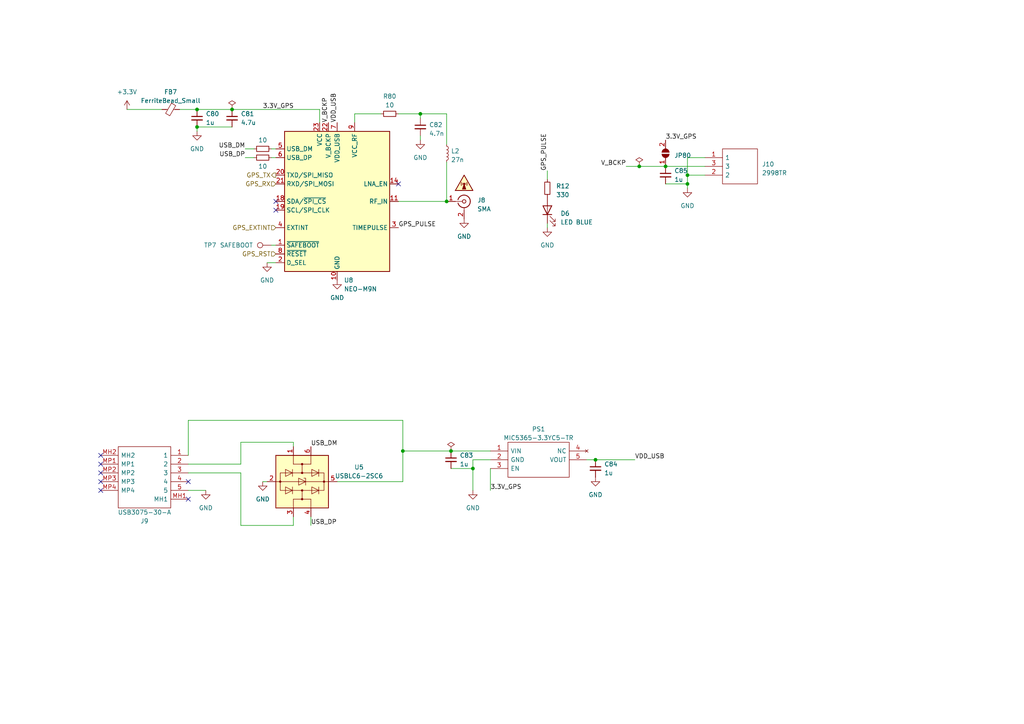
<source format=kicad_sch>
(kicad_sch (version 20230121) (generator eeschema)
  (paper "A4")
  (title_block (title "Telemetry RF module with CAN, GPS and IMU") (rev "1.0") (company "PUT Solar Dynamics") (comment 1 "Mateusz Czarnecki") (comment 2 "GPS module"))
  (lib_symbols
    (symbol "Graphic:SYM_Radio_Waves_Small" (in_bom no) (on_board no)
      (symbol "SYM_Radio_Waves_Small_0_1"
        (arc (start -0.762 0.508) (mid -0.9158 0) (end -0.762 -0.508))
        (arc (start -0.508 0.254) (mid -0.568 0) (end -0.508 -0.254))
        (polyline (pts (xy -2.54 -1.905) (xy 2.54 -1.905) (xy 0 2.54) (xy -2.54 -1.905)) (stroke (width 0.254)) (fill (type background)))
        (polyline (pts (xy -0.508 -1.524) (xy 0.508 -1.524) (xy 0 0) (xy -0.508 -1.524)) (fill (type outline)))
        (circle (center 0 0) (radius 0.254) (fill (type outline)))
        (arc (start 0.508 -0.254) (mid 0.568 0) (end 0.508 0.254))
        (arc (start 0.762 -0.508) (mid 0.9158 0) (end 0.762 0.508))
      )
    )
    (symbol "Symbols_RF_module:2998TR" (pin_names (offset 0.762))
      (property "Reference" "U" (at 16.51 7.62 0))
      (property "Value" "2998TR" (at 16.51 5.08 0))
      (symbol "2998TR_0_0"
        (pin passive line (at 0 0 0) (length 5.08) (name "1") (number "1"))
        (pin passive line (at 0 -5.08 0) (length 5.08) (name "2") (number "2"))
        (pin passive line (at 0 -2.54 0) (length 5.08) (name "3") (number "3"))
      )
      (symbol "2998TR_0_1"
        (polyline (pts (xy 5.08 2.54) (xy 15.24 2.54) (xy 15.24 -7.62) (xy 5.08 -7.62) (xy 5.08 2.54)) (stroke (width 0.1524)))
      )
    )
    (symbol "Symbols_RF_module:C_Small" (pin_numbers hide) (pin_names (offset 0.254) hide)
      (property "Reference" "C" (at 0.254 1.778 0))
      (property "Value" "C_Small" (at 0.254 -2.032 0))
      (symbol "C_Small_0_1"
        (polyline (pts (xy -1.524 -0.508) (xy 1.524 -0.508)) (stroke (width 0.3302)))
        (polyline (pts (xy -1.524 0.508) (xy 1.524 0.508)) (stroke (width 0.3048)))
      )
      (symbol "C_Small_1_1"
        (pin passive line (at 0 2.54 270) (length 2.032) (name "~") (number "1"))
        (pin passive line (at 0 -2.54 90) (length 2.032) (name "~") (number "2"))
      )
    )
    (symbol "Symbols_RF_module:Conn_Coaxial" (pin_names (offset 1.016) hide)
      (property "Reference" "J" (at 0.254 3.048 0))
      (property "Value" "Conn_Coaxial" (at 2.921 0 90))
      (symbol "Conn_Coaxial_0_1"
        (arc (start -1.778 -0.508) (mid 0.2311 -1.8066) (end 1.778 0) (stroke (width 0.254)))
        (polyline (pts (xy -2.54 0) (xy -0.508 0)))
        (polyline (pts (xy 0 -2.54) (xy 0 -1.778)))
        (circle (center 0 0) (radius 0.508) (stroke (width 0.2032)))
        (arc (start 1.778 0) (mid 0.2099 1.8101) (end -1.778 0.508) (stroke (width 0.254)))
      )
      (symbol "Conn_Coaxial_1_1"
        (pin passive line (at -5.08 0 0) (length 2.54) (name "In") (number "1"))
        (pin passive line (at 0 -5.08 90) (length 2.54) (name "Ext") (number "2"))
      )
    )
    (symbol "Symbols_RF_module:FerriteBead_Small" (pin_numbers hide) (pin_names (offset 0))
      (property "Reference" "FB" (at 1.905 1.27 0))
      (property "Value" "FerriteBead_Small" (at 1.905 -1.27 0))
      (symbol "FerriteBead_Small_0_1"
        (polyline (pts (xy 0 -1.27) (xy 0 -0.7874)))
        (polyline (pts (xy 0 0.889) (xy 0 1.2954)))
        (polyline (pts (xy -1.8288 0.2794) (xy -1.1176 1.4986) (xy 1.8288 -0.2032) (xy 1.1176 -1.4224) (xy -1.8288 0.2794)))
      )
      (symbol "FerriteBead_Small_1_1"
        (pin passive line (at 0 2.54 270) (length 1.27) (name "~") (number "1"))
        (pin passive line (at 0 -2.54 90) (length 1.27) (name "~") (number "2"))
      )
    )
    (symbol "Symbols_RF_module:LED" (pin_numbers hide) (pin_names (offset 1.016) hide)
      (property "Reference" "D" (at 0 2.54 0))
      (property "Value" "LED" (at 0 -2.54 0))
      (symbol "LED_0_1"
        (polyline (pts (xy -1.27 -1.27) (xy -1.27 1.27)) (stroke (width 0.254)))
        (polyline (pts (xy -1.27 0) (xy 1.27 0)))
        (polyline (pts (xy 1.27 -1.27) (xy 1.27 1.27) (xy -1.27 0) (xy 1.27 -1.27)) (stroke (width 0.254)))
        (polyline (pts (xy -3.048 -0.762) (xy -4.572 -2.286) (xy -3.81 -2.286) (xy -4.572 -2.286) (xy -4.572 -1.524)))
        (polyline (pts (xy -1.778 -0.762) (xy -3.302 -2.286) (xy -2.54 -2.286) (xy -3.302 -2.286) (xy -3.302 -1.524)))
      )
      (symbol "LED_1_1"
        (pin passive line (at -3.81 0 0) (length 2.54) (name "K") (number "1"))
        (pin passive line (at 3.81 0 180) (length 2.54) (name "A") (number "2"))
      )
    )
    (symbol "Symbols_RF_module:L_Small" (pin_numbers hide) (pin_names (offset 0.254) hide)
      (property "Reference" "L" (at 0.762 1.016 0))
      (property "Value" "L_Small" (at 0.762 -1.016 0))
      (symbol "L_Small_0_1"
        (arc (start 0 -2.032) (mid 0.5058 -1.524) (end 0 -1.016))
        (arc (start 0 -1.016) (mid 0.5058 -0.508) (end 0 0))
        (arc (start 0 0) (mid 0.5058 0.508) (end 0 1.016))
        (arc (start 0 1.016) (mid 0.5058 1.524) (end 0 2.032))
      )
      (symbol "L_Small_1_1"
        (pin passive line (at 0 2.54 270) (length 0.508) (name "~") (number "1"))
        (pin passive line (at 0 -2.54 90) (length 0.508) (name "~") (number "2"))
      )
    )
    (symbol "Symbols_RF_module:MIC5365-3.3YC5-TR" (pin_names (offset 0.762))
      (property "Reference" "PS" (at 24.13 7.62 0))
      (property "Value" "MIC5365-3.3YC5-TR" (at 24.13 5.08 0))
      (symbol "MIC5365-3.3YC5-TR_0_0"
        (pin power_in line (at 0 0 0) (length 5.08) (name "VIN") (number "1"))
        (pin power_in line (at 0 -2.54 0) (length 5.08) (name "GND") (number "2"))
        (pin input line (at 0 -5.08 0) (length 5.08) (name "EN") (number "3"))
        (pin no_connect line (at 27.94 0 180) (length 5.08) (name "NC") (number "4"))
        (pin output line (at 27.94 -2.54 180) (length 5.08) (name "VOUT") (number "5"))
      )
      (symbol "MIC5365-3.3YC5-TR_0_1"
        (polyline (pts (xy 5.08 2.54) (xy 22.86 2.54) (xy 22.86 -7.62) (xy 5.08 -7.62) (xy 5.08 2.54)) (stroke (width 0.1524)))
      )
    )
    (symbol "Symbols_RF_module:NEO-M9N"
      (property "Reference" "U" (at -13.97 21.59 0))
      (property "Value" "NEO-M9N" (at 11.43 21.59 0))
      (symbol "NEO-M9N_0_1"
        (rectangle (start -15.24 20.32) (end 15.24 -20.32) (stroke (width 0.254)) (fill (type background)))
      )
      (symbol "NEO-M9N_1_1"
        (pin input line (at -17.78 -12.7 0) (length 2.54) (name "~{SAFEBOOT}") (number "1"))
        (pin power_in line (at 0 -22.86 90) (length 2.54) (name "GND") (number "10"))
        (pin input line (at 17.78 0 180) (length 2.54) (name "RF_IN") (number "11"))
        (pin passive line (at 0 -22.86 90) (length 2.54) hide (name "GND") (number "12"))
        (pin passive line (at 0 -22.86 90) (length 2.54) hide (name "GND") (number "13"))
        (pin output line (at 17.78 5.08 180) (length 2.54) (name "LNA_EN") (number "14"))
        (pin no_connect line (at 15.24 -10.16 180) (length 2.54) hide (name "RESERVED") (number "15"))
        (pin no_connect line (at 15.24 -12.7 180) (length 2.54) hide (name "RESERVED") (number "16"))
        (pin no_connect line (at 15.24 -15.24 180) (length 2.54) hide (name "RESERVED") (number "17"))
        (pin bidirectional line (at -17.78 0 0) (length 2.54) (name "SDA/~{SPI_CS}") (number "18"))
        (pin input line (at -17.78 -2.54 0) (length 2.54) (name "SCL/SPI_CLK") (number "19"))
        (pin input line (at -17.78 -17.78 0) (length 2.54) (name "D_SEL") (number "2"))
        (pin output line (at -17.78 7.62 0) (length 2.54) (name "TXD/SPI_MISO") (number "20"))
        (pin input line (at -17.78 5.08 0) (length 2.54) (name "RXD/SPI_MOSI") (number "21"))
        (pin power_in line (at -2.54 22.86 270) (length 2.54) (name "V_BCKP") (number "22"))
        (pin power_in line (at -5.08 22.86 270) (length 2.54) (name "VCC") (number "23"))
        (pin passive line (at 0 -22.86 90) (length 2.54) hide (name "GND") (number "24"))
        (pin output line (at 17.78 -7.62 180) (length 2.54) (name "TIMEPULSE") (number "3"))
        (pin input line (at -17.78 -7.62 0) (length 2.54) (name "EXTINT") (number "4"))
        (pin bidirectional line (at -17.78 15.24 0) (length 2.54) (name "USB_DM") (number "5"))
        (pin bidirectional line (at -17.78 12.7 0) (length 2.54) (name "USB_DP") (number "6"))
        (pin power_in line (at 0 22.86 270) (length 2.54) (name "VDD_USB") (number "7"))
        (pin input line (at -17.78 -15.24 0) (length 2.54) (name "~{RESET}") (number "8"))
        (pin power_out line (at 5.08 22.86 270) (length 2.54) (name "VCC_RF") (number "9"))
      )
    )
    (symbol "Symbols_RF_module:R_Small" (pin_numbers hide) (pin_names (offset 0.254) hide)
      (property "Reference" "R" (at 0.762 0.508 0))
      (property "Value" "R_Small" (at 0.762 -1.016 0))
      (symbol "R_Small_0_1"
        (rectangle (start -0.762 1.778) (end 0.762 -1.778) (stroke (width 0.2032)))
      )
      (symbol "R_Small_1_1"
        (pin passive line (at 0 2.54 270) (length 0.762) (name "~") (number "1"))
        (pin passive line (at 0 -2.54 90) (length 0.762) (name "~") (number "2"))
      )
    )
    (symbol "Symbols_RF_module:SolderJumper_2_Open" (pin_names (offset 0) hide)
      (property "Reference" "JP" (at 0 2.032 0))
      (property "Value" "SolderJumper_2_Open" (at 0 -2.54 0))
      (symbol "SolderJumper_2_Open_0_1"
        (arc (start -0.254 1.016) (mid -1.2656 0) (end -0.254 -1.016))
        (arc (start -0.254 1.016) (mid -1.2656 0) (end -0.254 -1.016) (fill (type outline)))
        (polyline (pts (xy -0.254 1.016) (xy -0.254 -1.016)))
        (polyline (pts (xy 0.254 1.016) (xy 0.254 -1.016)))
        (arc (start 0.254 -1.016) (mid 1.2656 0) (end 0.254 1.016))
        (arc (start 0.254 -1.016) (mid 1.2656 0) (end 0.254 1.016) (fill (type outline)))
      )
      (symbol "SolderJumper_2_Open_1_1"
        (pin passive line (at -3.81 0 0) (length 2.54) (name "A") (number "1"))
        (pin passive line (at 3.81 0 180) (length 2.54) (name "B") (number "2"))
      )
    )
    (symbol "Symbols_RF_module:TestPoint" (pin_numbers hide) (pin_names (offset 0.762) hide)
      (property "Reference" "TP" (at 0 6.858 0))
      (property "Value" "TestPoint" (at 0 5.08 0))
      (symbol "TestPoint_0_1"
        (circle (center 0 3.302) (radius 0.762))
      )
      (symbol "TestPoint_1_1"
        (pin passive line (at 0 0 90) (length 2.54) (name "1") (number "1"))
      )
    )
    (symbol "Symbols_RF_module:USB3075-30-A" (pin_names (offset 0.762))
      (property "Reference" "J" (at 21.59 7.62 0))
      (property "Value" "USB3075-30-A" (at 21.59 5.08 0))
      (symbol "USB3075-30-A_0_0"
        (pin passive line (at 0 0 0) (length 5.08) (name "1") (number "1"))
        (pin passive line (at 0 -2.54 0) (length 5.08) (name "2") (number "2"))
        (pin passive line (at 0 -5.08 0) (length 5.08) (name "3") (number "3"))
        (pin passive line (at 0 -7.62 0) (length 5.08) (name "4") (number "4"))
        (pin passive line (at 0 -10.16 0) (length 5.08) (name "5") (number "5"))
        (pin passive line (at 0 -12.7 0) (length 5.08) (name "MH1") (number "MH1"))
        (pin passive line (at 25.4 0 180) (length 5.08) (name "MH2") (number "MH2"))
        (pin passive line (at 25.4 -2.54 180) (length 5.08) (name "MP1") (number "MP1"))
        (pin passive line (at 25.4 -5.08 180) (length 5.08) (name "MP2") (number "MP2"))
        (pin passive line (at 25.4 -7.62 180) (length 5.08) (name "MP3") (number "MP3"))
        (pin passive line (at 25.4 -10.16 180) (length 5.08) (name "MP4") (number "MP4"))
      )
      (symbol "USB3075-30-A_0_1"
        (polyline (pts (xy 5.08 2.54) (xy 20.32 2.54) (xy 20.32 -15.24) (xy 5.08 -15.24) (xy 5.08 2.54)) (stroke (width 0.1524)))
      )
    )
    (symbol "Symbols_RF_module:USBLC6-2SC6" (pin_names hide)
      (property "Reference" "U" (at 2.54 8.89 0))
      (property "Value" "USBLC6-2SC6" (at 2.54 -8.89 0))
      (symbol "USBLC6-2SC6_0_1"
        (rectangle (start -7.62 -7.62) (end 7.62 7.62) (stroke (width 0.254)) (fill (type background)))
        (circle (center -5.08 0) (radius 0.254) (fill (type outline)))
        (circle (center -2.54 0) (radius 0.254) (fill (type outline)))
        (rectangle (start -2.54 6.35) (end 2.54 -6.35))
        (circle (center 0 -6.35) (radius 0.254) (fill (type outline)))
        (polyline (pts (xy -5.08 -2.54) (xy -7.62 -2.54)))
        (polyline (pts (xy -5.08 0) (xy -5.08 -2.54)))
        (polyline (pts (xy -5.08 2.54) (xy -7.62 2.54)))
        (polyline (pts (xy -1.524 -2.794) (xy -3.556 -2.794)))
        (polyline (pts (xy -1.524 4.826) (xy -3.556 4.826)))
        (polyline (pts (xy 0 -7.62) (xy 0 -6.35)))
        (polyline (pts (xy 0 -6.35) (xy 0 1.27)))
        (polyline (pts (xy 0 1.27) (xy 0 6.35)))
        (polyline (pts (xy 0 6.35) (xy 0 7.62)))
        (polyline (pts (xy 1.524 -2.794) (xy 3.556 -2.794)))
        (polyline (pts (xy 1.524 4.826) (xy 3.556 4.826)))
        (polyline (pts (xy 5.08 -2.54) (xy 7.62 -2.54)))
        (polyline (pts (xy 5.08 0) (xy 5.08 -2.54)))
        (polyline (pts (xy 5.08 2.54) (xy 7.62 2.54)))
        (polyline (pts (xy -2.54 0) (xy -5.08 0) (xy -5.08 2.54)))
        (polyline (pts (xy 2.54 0) (xy 5.08 0) (xy 5.08 2.54)))
        (polyline (pts (xy -3.556 -4.826) (xy -1.524 -4.826) (xy -2.54 -2.794) (xy -3.556 -4.826)))
        (polyline (pts (xy -3.556 2.794) (xy -1.524 2.794) (xy -2.54 4.826) (xy -3.556 2.794)))
        (polyline (pts (xy -1.016 -1.016) (xy 1.016 -1.016) (xy 0 1.016) (xy -1.016 -1.016)))
        (polyline (pts (xy 1.016 1.016) (xy 0.762 1.016) (xy -1.016 1.016) (xy -1.016 0.508)))
        (polyline (pts (xy 3.556 -4.826) (xy 1.524 -4.826) (xy 2.54 -2.794) (xy 3.556 -4.826)))
        (polyline (pts (xy 3.556 2.794) (xy 1.524 2.794) (xy 2.54 4.826) (xy 3.556 2.794)))
        (circle (center 0 6.35) (radius 0.254) (fill (type outline)))
        (circle (center 2.54 0) (radius 0.254) (fill (type outline)))
        (circle (center 5.08 0) (radius 0.254) (fill (type outline)))
      )
      (symbol "USBLC6-2SC6_1_1"
        (pin passive line (at -10.16 -2.54 0) (length 2.54) (name "I/O1") (number "1"))
        (pin passive line (at 0 -10.16 90) (length 2.54) (name "GND") (number "2"))
        (pin passive line (at 10.16 -2.54 180) (length 2.54) (name "I/O2") (number "3"))
        (pin passive line (at 10.16 2.54 180) (length 2.54) (name "I/O2") (number "4"))
        (pin passive line (at 0 10.16 270) (length 2.54) (name "VBUS") (number "5"))
        (pin passive line (at -10.16 2.54 0) (length 2.54) (name "I/O1") (number "6"))
      )
    )
    (symbol "power:+3.3V" (power) (pin_names (offset 0))
      (property "Value" "+3.3V" (at 0 3.556 0))
      (symbol "+3.3V_0_1"
        (polyline (pts (xy -0.762 1.27) (xy 0 2.54)))
        (polyline (pts (xy 0 0) (xy 0 2.54)))
        (polyline (pts (xy 0 2.54) (xy 0.762 1.27)))
      )
      (symbol "+3.3V_1_1"
        (pin power_in line (at 0 0 90) (length 0) hide (name "+3.3V") (number "1"))
      )
    )
    (symbol "power:GND" (power) (pin_names (offset 0))
      (property "Value" "GND" (at 0 -3.81 0))
      (symbol "GND_0_1"
        (polyline (pts (xy 0 0) (xy 0 -1.27) (xy 1.27 -1.27) (xy 0 -2.54) (xy -1.27 -1.27) (xy 0 -1.27)))
      )
      (symbol "GND_1_1"
        (pin power_in line (at 0 0 270) (length 0) hide (name "GND") (number "1"))
      )
    )
    (symbol "power:PWR_FLAG" (power) (pin_numbers hide) (pin_names (offset 0) hide)
      (property "Value" "PWR_FLAG" (at 0 3.81 0))
      (symbol "PWR_FLAG_0_0"
        (pin power_out line (at 0 0 90) (length 0) (name "pwr") (number "1"))
      )
      (symbol "PWR_FLAG_0_1"
        (polyline (pts (xy 0 0) (xy 0 1.27) (xy -1.016 1.905) (xy 0 2.54) (xy 1.016 1.905) (xy 0 1.27)))
      )
    )
  )
  (junction (at 130.81 130.81))
  (junction (at 199.39 53.34))
  (junction (at 57.15 31.75))
  (junction (at 172.72 133.35))
  (junction (at 137.16 135.89))
  (junction (at 193.04 48.26))
  (junction (at 67.31 31.75))
  (junction (at 116.84 130.81))
  (junction (at 199.39 50.8))
  (junction (at 185.42 48.26))
  (junction (at 57.15 36.83))
  (junction (at 129.54 58.42))
  (junction (at 121.92 33.02))
  (no_connect (at 80.01 60.96))
  (no_connect (at 29.21 142.24))
  (no_connect (at 54.61 144.78))
  (no_connect (at 80.01 58.42))
  (no_connect (at 115.57 53.34))
  (no_connect (at 29.21 137.16))
  (no_connect (at 29.21 139.7))
  (no_connect (at 29.21 132.08))
  (no_connect (at 54.61 139.7))
  (no_connect (at 29.21 134.62))
  (wire (pts (xy 193.04 48.26) (xy 204.47 48.26)))
  (wire (pts (xy 69.85 137.16) (xy 69.85 152.4)))
  (wire (pts (xy 193.04 53.34) (xy 199.39 53.34)))
  (wire (pts (xy 57.15 38.1) (xy 57.15 36.83)))
  (wire (pts (xy 78.74 43.18) (xy 80.01 43.18)))
  (wire (pts (xy 170.18 133.35) (xy 172.72 133.35)))
  (wire (pts (xy 69.85 128.27) (xy 85.09 128.27)))
  (wire (pts (xy 121.92 39.37) (xy 121.92 40.64)))
  (wire (pts (xy 116.84 121.92) (xy 116.84 130.81)))
  (wire (pts (xy 172.72 133.35) (xy 184.15 133.35)))
  (wire (pts (xy 69.85 152.4) (xy 85.09 152.4)))
  (wire (pts (xy 78.74 71.12) (xy 80.01 71.12)))
  (wire (pts (xy 67.31 31.75) (xy 92.71 31.75)))
  (wire (pts (xy 54.61 121.92) (xy 116.84 121.92)))
  (wire (pts (xy 52.07 31.75) (xy 57.15 31.75)))
  (wire (pts (xy 130.81 135.89) (xy 137.16 135.89)))
  (wire (pts (xy 199.39 54.61) (xy 199.39 53.34)))
  (wire (pts (xy 54.61 132.08) (xy 54.61 121.92)))
  (wire (pts (xy 115.57 58.42) (xy 129.54 58.42)))
  (wire (pts (xy 142.24 142.24) (xy 142.24 135.89)))
  (wire (pts (xy 137.16 135.89) (xy 137.16 142.24)))
  (wire (pts (xy 85.09 152.4) (xy 85.09 149.86)))
  (wire (pts (xy 158.75 49.53) (xy 158.75 52.07)))
  (wire (pts (xy 77.47 76.2) (xy 80.01 76.2)))
  (wire (pts (xy 199.39 50.8) (xy 204.47 50.8)))
  (wire (pts (xy 158.75 64.77) (xy 158.75 66.04)))
  (wire (pts (xy 97.79 139.7) (xy 116.84 139.7)))
  (wire (pts (xy 129.54 41.91) (xy 129.54 33.02)))
  (wire (pts (xy 57.15 31.75) (xy 67.31 31.75)))
  (wire (pts (xy 78.74 45.72) (xy 80.01 45.72)))
  (wire (pts (xy 199.39 45.72) (xy 199.39 50.8)))
  (wire (pts (xy 116.84 139.7) (xy 116.84 130.81)))
  (wire (pts (xy 76.2 139.7) (xy 77.47 139.7)))
  (wire (pts (xy 204.47 45.72) (xy 199.39 45.72)))
  (wire (pts (xy 54.61 142.24) (xy 59.69 142.24)))
  (wire (pts (xy 102.87 33.02) (xy 102.87 35.56)))
  (wire (pts (xy 54.61 137.16) (xy 69.85 137.16)))
  (wire (pts (xy 90.17 152.4) (xy 90.17 149.86)))
  (wire (pts (xy 110.49 33.02) (xy 102.87 33.02)))
  (wire (pts (xy 137.16 133.35) (xy 137.16 135.89)))
  (wire (pts (xy 129.54 33.02) (xy 121.92 33.02)))
  (wire (pts (xy 36.83 31.75) (xy 46.99 31.75)))
  (wire (pts (xy 129.54 58.42) (xy 129.54 46.99)))
  (wire (pts (xy 116.84 130.81) (xy 130.81 130.81)))
  (wire (pts (xy 130.81 130.81) (xy 142.24 130.81)))
  (wire (pts (xy 85.09 128.27) (xy 85.09 129.54)))
  (wire (pts (xy 181.61 48.26) (xy 185.42 48.26)))
  (wire (pts (xy 121.92 34.29) (xy 121.92 33.02)))
  (wire (pts (xy 92.71 31.75) (xy 92.71 35.56)))
  (wire (pts (xy 71.12 43.18) (xy 73.66 43.18)))
  (wire (pts (xy 71.12 45.72) (xy 73.66 45.72)))
  (wire (pts (xy 69.85 134.62) (xy 69.85 128.27)))
  (wire (pts (xy 142.24 133.35) (xy 137.16 133.35)))
  (wire (pts (xy 115.57 33.02) (xy 121.92 33.02)))
  (wire (pts (xy 57.15 36.83) (xy 67.31 36.83)))
  (wire (pts (xy 185.42 48.26) (xy 193.04 48.26)))
  (wire (pts (xy 199.39 53.34) (xy 199.39 50.8)))
  (wire (pts (xy 54.61 134.62) (xy 69.85 134.62)))
  (label "V_BCKP" (at 95.25 35.56 90))
  (label "USB_DM" (at 71.12 43.18 180))
  (label "VDD_USB" (at 184.15 133.35 0))
  (label "USB_DP" (at 90.17 152.4 0))
  (label "GPS_PULSE" (at 115.57 66.04 0))
  (label "3.3V_GPS" (at 142.24 142.24 0))
  (label "V_BCKP" (at 181.61 48.26 180))
  (label "3.3V_GPS" (at 193.04 40.64 0))
  (label "USB_DM" (at 90.17 129.54 0))
  (label "USB_DP" (at 71.12 45.72 180))
  (label "VDD_USB" (at 97.79 35.56 90))
  (label "3.3V_GPS" (at 76.2 31.75 0))
  (label "GPS_PULSE" (at 158.75 49.53 90))
  (hierarchical_label "GPS_RX" (shape input) (at 80.01 53.34 180))
  (hierarchical_label "GPS_EXTINT" (shape input) (at 80.01 66.04 180))
  (hierarchical_label "GPS_TX" (shape output) (at 80.01 50.8 180))
  (hierarchical_label "GPS_RST" (shape input) (at 80.01 73.66 180))
  (symbol (lib_id "power:GND") (at 57.15 38.1 0) (unit 1)
    (property "Reference" "#PWR046" (effects hide))
    (property "Value" "GND" (at 57.15 43.18 0))
  )
  (symbol (lib_id "Symbols_RF_module:MIC5365-3.3YC5-TR") (at 142.24 130.81 0) (unit 1)
    (property "Reference" "PS1" (at 156.21 124.46 0))
    (property "Value" "MIC5365-3.3YC5-TR" (at 156.21 127 0))
    (property "Footprint" "SamacSys_Parts:SOT65P210X110-5N" (effects hide))
    (property "Description" "MICROCHIP - MIC5365-3.3YC5-TR - LDO, FIXED, 3.3V, 0.15A, SC-70-5" (effects hide))
    (property "Height" "1.1" (effects hide))
    (property "Mouser Part Number" "998-MIC5365-3.3YC5TR" (effects hide))
    (property "Mouser Price/Stock" "https://www.mouser.co.uk/ProductDetail/Microchip-Technology-Atmel/MIC5365-3.3YC5-TR?qs=U6T8BxXiZAXvJj%252BPZ%252B301w%3D%3D" (effects hide))
    (property "Manufacturer_Name" "Microchip" (effects hide))
    (property "Manufacturer_Part_Number" "MIC5365-3.3YC5-TR" (effects hide))
  )
  (symbol (lib_id "Symbols_RF_module:C_Small") (at 67.31 34.29 0) (unit 1)
    (property "Reference" "C81" (at 69.85 33.0262 0) (effects (justify left)))
    (property "Value" "4.7u" (at 69.85 35.5662 0) (effects (justify left)))
    (property "Footprint" "Capacitor_SMD:C_0603_1608Metric_Pad1.08x0.95mm_HandSolder" (effects hide))
  )
  (symbol (lib_id "Symbols_RF_module:C_Small") (at 172.72 135.89 0) (unit 1)
    (property "Reference" "C84" (at 175.26 134.62 0) (effects (justify left)))
    (property "Value" "1u" (at 175.26 137.16 0) (effects (justify left)))
    (property "Footprint" "Capacitor_SMD:C_0603_1608Metric_Pad1.08x0.95mm_HandSolder" (effects hide))
  )
  (symbol (lib_id "power:+3.3V") (at 36.83 31.75 0) (unit 1)
    (property "Reference" "#PWR045" (effects hide))
    (property "Value" "+3.3V" (at 36.83 26.67 0))
  )
  (symbol (lib_id "Symbols_RF_module:C_Small") (at 121.92 36.83 0) (unit 1)
    (property "Reference" "C82" (at 124.46 36.2013 0) (effects (justify left)))
    (property "Value" "4.7n" (at 124.46 38.7413 0) (effects (justify left)))
    (property "Footprint" "Capacitor_SMD:C_0603_1608Metric_Pad1.08x0.95mm_HandSolder" (effects hide))
  )
  (symbol (lib_id "Symbols_RF_module:NEO-M9N") (at 97.79 58.42 0) (unit 1)
    (property "Reference" "U8" (at 99.7459 81.28 0) (effects (justify left)))
    (property "Value" "NEO-M9N" (at 99.7459 83.82 0) (effects (justify left)))
    (property "Footprint" "RF_GPS:ublox_NEO" (effects hide))
    (property "Datasheet" "https://www.u-blox.com/sites/default/files/NEO-M9N-00B_DataSheet_UBX-19014285.pdf" (effects hide))
  )
  (symbol (lib_id "Symbols_RF_module:TestPoint") (at 78.74 71.12 90) (unit 1)
    (property "Reference" "TP7" (at 60.96 71.12 90))
    (property "Value" "SAFEBOOT" (at 68.58 71.12 90))
    (property "Footprint" "TestPoint:TestPoint_Pad_D2.0mm" (effects hide))
  )
  (symbol (lib_id "Symbols_RF_module:C_Small") (at 130.81 133.35 0) (unit 1)
    (property "Reference" "C83" (at 133.35 132.08 0) (effects (justify left)))
    (property "Value" "1u" (at 133.35 134.62 0) (effects (justify left)))
    (property "Footprint" "Capacitor_SMD:C_0603_1608Metric_Pad1.08x0.95mm_HandSolder" (effects hide))
  )
  (symbol (lib_id "power:GND") (at 121.92 40.64 0) (unit 1)
    (property "Reference" "#PWR04" (effects hide))
    (property "Value" "GND" (at 121.92 45.72 0))
  )
  (symbol (lib_id "power:GND") (at 172.72 138.43 0) (unit 1)
    (property "Reference" "#PWR05" (effects hide))
    (property "Value" "GND" (at 172.72 143.51 0))
  )
  (symbol (lib_id "power:GND") (at 134.62 63.5 0) (unit 1)
    (property "Reference" "#PWR03" (effects hide))
    (property "Value" "GND" (at 134.62 68.58 0))
  )
  (symbol (lib_id "Symbols_RF_module:SolderJumper_2_Open") (at 193.04 44.45 90) (unit 1)
    (property "Reference" "JP80" (at 195.58 45.085 90) (effects (justify right)))
    (property "Value" "SolderJumper_2_Open" (effects hide))
    (property "Footprint" "Jumper:SolderJumper-2_P1.3mm_Open_RoundedPad1.0x1.5mm" (effects hide))
  )
  (symbol (lib_id "Symbols_RF_module:USBLC6-2SC6") (at 87.63 139.7 270) (unit 1)
    (property "Reference" "U5" (at 104.14 135.5089 90))
    (property "Value" "USBLC6-2SC6" (at 104.14 138.0489 90))
    (property "Footprint" "Package_TO_SOT_SMD:SOT-23-6" (effects hide))
    (property "Datasheet" "https://www.st.com/resource/en/datasheet/usblc6-2.pdf" (effects hide))
    (instances (project "RF_module" (path "" (reference "U5") (unit 1)) (path "" (reference "U9") (unit 1))))
  )
  (symbol (lib_id "Symbols_RF_module:R_Small") (at 113.03 33.02 90) (unit 1)
    (property "Reference" "R80" (at 113.03 27.94 90))
    (property "Value" "10" (at 113.03 30.48 90))
    (property "Footprint" "Resistor_SMD:R_0603_1608Metric_Pad0.98x0.95mm_HandSolder" (effects hide))
  )
  (symbol (lib_id "Symbols_RF_module:R_Small") (at 158.75 54.61 0) (unit 1)
    (property "Reference" "R12" (at 161.29 53.975 0) (effects (justify left)))
    (property "Value" "330" (at 161.29 56.515 0) (effects (justify left)))
    (property "Footprint" "Resistor_SMD:R_0603_1608Metric_Pad0.98x0.95mm_HandSolder" (effects hide))
    (instances (project "RF_module" (path "" (reference "R12") (unit 1)) (path "" (reference "R82") (unit 1))))
  )
  (symbol (lib_id "power:GND") (at 199.39 54.61 0) (unit 1)
    (property "Reference" "#PWR023" (effects hide))
    (property "Value" "GND" (at 199.39 59.69 0))
  )
  (symbol (lib_id "power:PWR_FLAG") (at 67.31 31.75 0) (unit 1)
    (property "Reference" "#FLG09" (effects hide))
    (property "Value" "PWR_FLAG" (effects hide))
  )
  (symbol (lib_id "power:GND") (at 137.16 142.24 0) (unit 1)
    (property "Reference" "#PWR07" (effects hide))
    (property "Value" "GND" (at 137.16 147.32 0))
  )
  (symbol (lib_id "power:PWR_FLAG") (at 130.81 130.81 0) (unit 1)
    (property "Reference" "#FLG03" (effects hide))
    (property "Value" "PWR_FLAG" (effects hide))
  )
  (symbol (lib_id "power:GND") (at 59.69 142.24 0) (unit 1)
    (property "Reference" "#PWR018" (effects hide))
    (property "Value" "GND" (at 59.69 147.32 0))
  )
  (symbol (lib_id "Symbols_RF_module:L_Small") (at 129.54 44.45 0) (unit 1)
    (property "Reference" "L2" (at 130.81 43.815 0) (effects (justify left)))
    (property "Value" "27n" (at 130.81 46.355 0) (effects (justify left)))
    (property "Footprint" "Inductor_SMD:L_0603_1608Metric_Pad1.05x0.95mm_HandSolder" (effects hide))
  )
  (symbol (lib_id "Symbols_RF_module:FerriteBead_Small") (at 49.53 31.75 90) (unit 1)
    (property "Reference" "FB7" (at 49.4919 26.67 90))
    (property "Value" "FerriteBead_Small" (at 49.4919 29.21 90))
    (property "Footprint" "Inductor_SMD:L_0603_1608Metric_Pad1.05x0.95mm_HandSolder" (effects hide))
  )
  (symbol (lib_id "Symbols_RF_module:Conn_Coaxial") (at 134.62 58.42 0) (unit 1)
    (property "Reference" "J8" (at 138.43 58.0782 0) (effects (justify left)))
    (property "Value" "SMA" (at 138.43 60.6182 0) (effects (justify left)))
    (property "Footprint" "SamacSys_Parts:518144002" (effects hide))
    (property "Datasheet" " ~" (effects hide))
  )
  (symbol (lib_id "power:GND") (at 77.47 76.2 0) (unit 1)
    (property "Reference" "#PWR02" (effects hide))
    (property "Value" "GND" (at 77.47 81.28 0))
  )
  (symbol (lib_id "Symbols_RF_module:R_Small") (at 76.2 45.72 90) (unit 1)
    (property "Reference" "R102" (effects hide))
    (property "Value" "10" (at 76.2 48.26 90))
    (property "Footprint" "Resistor_SMD:R_0603_1608Metric_Pad0.98x0.95mm_HandSolder" (effects hide))
  )
  (symbol (lib_id "power:PWR_FLAG") (at 185.42 48.26 0) (unit 1)
    (property "Reference" "#FLG08" (effects hide))
    (property "Value" "PWR_FLAG" (effects hide))
  )
  (symbol (lib_id "Symbols_RF_module:LED") (at 158.75 60.96 90) (unit 1)
    (property "Reference" "D6" (at 162.56 61.9125 90) (effects (justify right)))
    (property "Value" "LED BLUE" (at 162.56 64.4525 90) (effects (justify right)))
    (property "Footprint" "LED_SMD:LED_0603_1608Metric_Pad1.05x0.95mm_HandSolder" (effects hide))
    (instances (project "RF_module" (path "" (reference "D6") (unit 1)) (path "" (reference "D3") (unit 1))))
  )
  (symbol (lib_id "Graphic:SYM_Radio_Waves_Small") (at 134.62 53.34 0) (unit 1) (in_bom no) (on_board no)
    (property "Reference" "#SYM1" (effects hide))
    (property "Value" "SYM_Radio_Waves_Small" (effects hide))
    (property "Sim.Enable" "0" (effects hide))
  )
  (symbol (lib_id "power:GND") (at 158.75 66.04 0) (unit 1)
    (property "Reference" "#PWR051" (effects hide))
    (property "Value" "GND" (at 158.75 71.12 0))
    (instances (project "RF_module" (path "" (reference "#PWR051") (unit 1)) (path "" (reference "#PWR056") (unit 1))))
  )
  (symbol (lib_id "Symbols_RF_module:USB3075-30-A") (at 54.61 132.08 0) (mirror y) (unit 1)
    (property "Reference" "J9" (at 41.91 151.13 0))
    (property "Value" "USB3075-30-A" (at 41.91 148.59 0))
    (property "Footprint" "SamacSys_Parts:USB307530A" (effects hide))
    (property "Datasheet" "https://componentsearchengine.com/Datasheets/2/USB3075-30-A.pdf" (effects hide))
    (property "Description" "GCT (GLOBAL CONNECTOR TECHNOLOGY) - USB3075-30-A - USB Connector, Micro USB Type B, USB 2.0, Receptacle, 5 Ways, Surface Mount, Right Angle" (effects hide))
    (property "Height" "2.7" (effects hide))
    (property "Mouser Part Number" "640-USB3075-30-A" (effects hide))
    (property "Mouser Price/Stock" "https://www.mouser.co.uk/ProductDetail/GCT/USB3075-30-A?qs=KUoIvG%2F9IlbGMJplbp1ybA%3D%3D" (effects hide))
    (property "Manufacturer_Name" "GCT (GLOBAL CONNECTOR TECHNOLOGY)" (effects hide))
    (property "Manufacturer_Part_Number" "USB3075-30-A" (effects hide))
  )
  (symbol (lib_id "Symbols_RF_module:C_Small") (at 193.04 50.8 0) (unit 1)
    (property "Reference" "C85" (at 195.58 49.53 0) (effects (justify left)))
    (property "Value" "1u" (at 195.58 52.07 0) (effects (justify left)))
    (property "Footprint" "Capacitor_SMD:C_0603_1608Metric_Pad1.08x0.95mm_HandSolder" (effects hide))
  )
  (symbol (lib_id "Symbols_RF_module:C_Small") (at 57.15 34.29 0) (unit 1)
    (property "Reference" "C80" (at 59.69 33.02 0) (effects (justify left)))
    (property "Value" "1u" (at 59.69 35.56 0) (effects (justify left)))
    (property "Footprint" "Capacitor_SMD:C_0603_1608Metric_Pad1.08x0.95mm_HandSolder" (effects hide))
  )
  (symbol (lib_id "power:GND") (at 76.2 139.7 0) (unit 1)
    (property "Reference" "#PWR08" (effects hide))
    (property "Value" "GND" (at 76.2 144.78 0))
  )
  (symbol (lib_id "Symbols_RF_module:2998TR") (at 204.47 45.72 0) (unit 1)
    (property "Reference" "J10" (at 220.98 47.625 0) (effects (justify left)))
    (property "Value" "2998TR" (at 220.98 50.165 0) (effects (justify left)))
    (property "Footprint" "SamacSys_Parts:2998TR" (effects hide))
    (property "Datasheet" "http://keyelco.com/userAssets/file/M65p7.pdf" (effects hide))
    (property "Description" "Coin Cell Battery Holders For 6.8mm bttn cell .315x.421x.114" (effects hide))
    (property "Height" "3" (effects hide))
    (property "Mouser Part Number" "534-2998TR" (effects hide))
    (property "Mouser Price/Stock" "https://www.mouser.co.uk/ProductDetail/Keystone-Electronics/2998TR?qs=xHlTOBifBJPe5POmXMwSCg%3D%3D" (effects hide))
    (property "Manufacturer_Name" "Keystone Electronics" (effects hide))
    (property "Manufacturer_Part_Number" "2998TR" (effects hide))
  )
  (symbol (lib_id "Symbols_RF_module:R_Small") (at 76.2 43.18 90) (unit 1)
    (property "Reference" "R101" (effects hide))
    (property "Value" "10" (at 76.2 40.64 90))
    (property "Footprint" "Resistor_SMD:R_0603_1608Metric_Pad0.98x0.95mm_HandSolder" (effects hide))
  )
  (symbol (lib_id "power:GND") (at 97.79 81.28 0) (unit 1)
    (property "Reference" "#PWR047" (effects hide))
    (property "Value" "GND" (at 97.79 86.36 0))
  )
)
</source>
